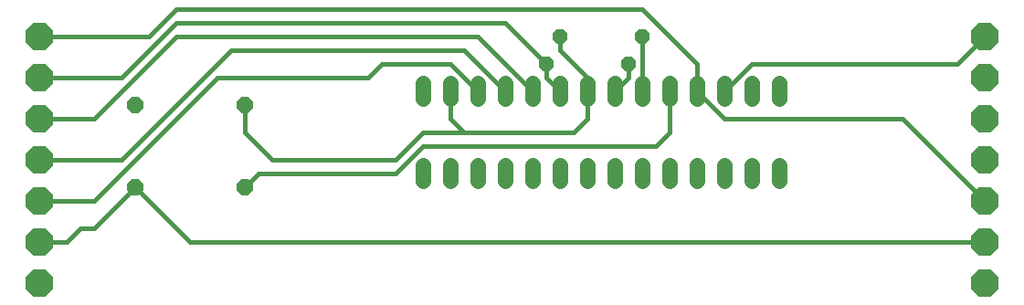
<source format=gbl>
G75*
G70*
%OFA0B0*%
%FSLAX24Y24*%
%IPPOS*%
%LPD*%
%AMOC8*
5,1,8,0,0,1.08239X$1,22.5*
%
%ADD10C,0.0560*%
%ADD11OC8,0.0560*%
%ADD12OC8,0.1000*%
%ADD13OC8,0.0600*%
%ADD14C,0.0160*%
D10*
X015600Y005320D02*
X015600Y005880D01*
X016600Y005880D02*
X016600Y005320D01*
X017600Y005320D02*
X017600Y005880D01*
X018600Y005880D02*
X018600Y005320D01*
X019600Y005320D02*
X019600Y005880D01*
X020600Y005880D02*
X020600Y005320D01*
X021600Y005320D02*
X021600Y005880D01*
X022600Y005880D02*
X022600Y005320D01*
X023600Y005320D02*
X023600Y005880D01*
X024600Y005880D02*
X024600Y005320D01*
X025600Y005320D02*
X025600Y005880D01*
X026600Y005880D02*
X026600Y005320D01*
X027600Y005320D02*
X027600Y005880D01*
X028600Y005880D02*
X028600Y005320D01*
X028600Y008320D02*
X028600Y008880D01*
X027600Y008880D02*
X027600Y008320D01*
X026600Y008320D02*
X026600Y008880D01*
X025600Y008880D02*
X025600Y008320D01*
X024600Y008320D02*
X024600Y008880D01*
X023600Y008880D02*
X023600Y008320D01*
X022600Y008320D02*
X022600Y008880D01*
X021600Y008880D02*
X021600Y008320D01*
X020600Y008320D02*
X020600Y008880D01*
X019600Y008880D02*
X019600Y008320D01*
X018600Y008320D02*
X018600Y008880D01*
X017600Y008880D02*
X017600Y008320D01*
X016600Y008320D02*
X016600Y008880D01*
X015600Y008880D02*
X015600Y008320D01*
D11*
X020100Y009600D03*
X020600Y010600D03*
X023100Y009600D03*
X023600Y010600D03*
D12*
X001600Y001600D03*
X001600Y003100D03*
X001600Y004600D03*
X001600Y006100D03*
X001600Y007600D03*
X001600Y009100D03*
X001600Y010600D03*
X036100Y010600D03*
X036100Y009100D03*
X036100Y007600D03*
X036100Y006100D03*
X036100Y004600D03*
X036100Y003100D03*
X036100Y001600D03*
D13*
X009100Y005100D03*
X005100Y005100D03*
X005100Y008100D03*
X009100Y008100D03*
D14*
X009100Y007100D01*
X010100Y006100D01*
X014600Y006100D01*
X015600Y007100D01*
X017100Y007100D01*
X016600Y007600D01*
X016600Y008600D01*
X016600Y009600D02*
X017600Y008600D01*
X018600Y008600D02*
X017100Y010100D01*
X008600Y010100D01*
X004600Y006100D01*
X001600Y006100D01*
X003600Y003600D02*
X005100Y005100D01*
X007100Y003100D01*
X036100Y003100D01*
X036100Y004600D02*
X033100Y007600D01*
X026600Y007600D01*
X025600Y008600D01*
X025600Y009600D01*
X023600Y011600D01*
X006600Y011600D01*
X005600Y010600D01*
X001600Y010600D01*
X001600Y009100D02*
X004600Y009100D01*
X006600Y011100D01*
X018600Y011100D01*
X020100Y009600D01*
X020100Y009100D01*
X020600Y008600D01*
X019600Y008600D02*
X017600Y010600D01*
X006600Y010600D01*
X003600Y007600D01*
X001600Y007600D01*
X003600Y004600D02*
X008100Y009100D01*
X013600Y009100D01*
X014100Y009600D01*
X016600Y009600D01*
X020600Y010100D02*
X021600Y009100D01*
X021600Y008600D01*
X021600Y007600D01*
X021100Y007100D01*
X017100Y007100D01*
X015600Y006600D02*
X014600Y005600D01*
X009600Y005600D01*
X009100Y005100D01*
X003600Y004600D02*
X001600Y004600D01*
X003100Y003600D02*
X003600Y003600D01*
X003100Y003600D02*
X002600Y003100D01*
X001600Y003100D01*
X015600Y006600D02*
X024100Y006600D01*
X024600Y007100D01*
X024600Y008600D01*
X023600Y008600D02*
X023600Y010600D01*
X023100Y009600D02*
X023100Y009100D01*
X022600Y008600D01*
X026600Y008600D02*
X027600Y009600D01*
X035100Y009600D01*
X036100Y010600D01*
X020600Y010600D02*
X020600Y010100D01*
M02*

</source>
